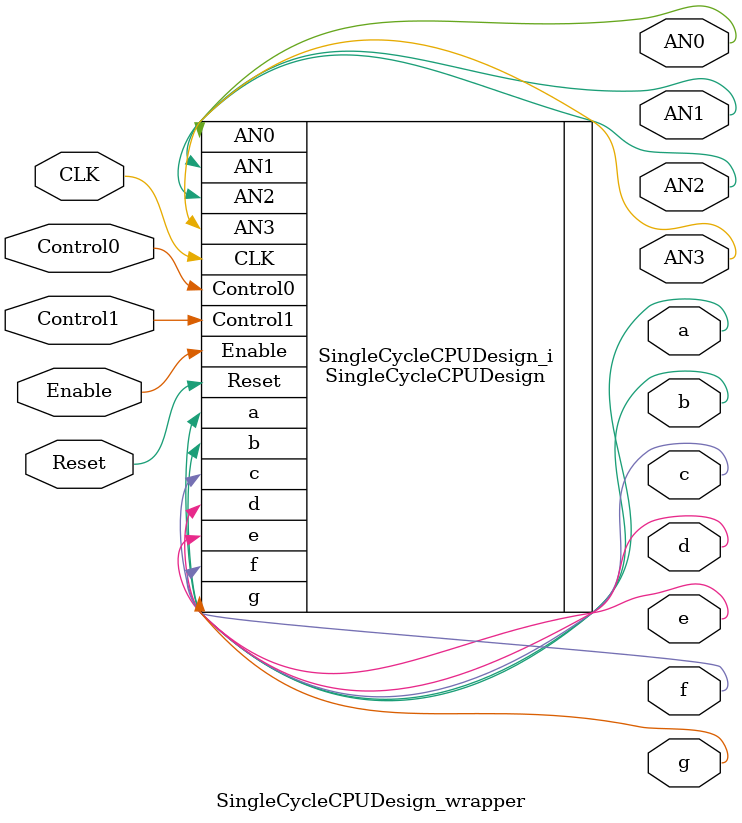
<source format=v>
`timescale 1 ps / 1 ps

module SingleCycleCPUDesign_wrapper
   (AN0,
    AN1,
    AN2,
    AN3,
    CLK,
    Control0,
    Control1,
    Enable,
    Reset,
    a,
    b,
    c,
    d,
    e,
    f,
    g);
  output AN0;
  output AN1;
  output AN2;
  output AN3;
  input CLK;
  input Control0;
  input Control1;
  input Enable;
  input Reset;
  output a;
  output b;
  output c;
  output d;
  output e;
  output f;
  output g;

  wire AN0;
  wire AN1;
  wire AN2;
  wire AN3;
  wire CLK;
  wire Control0;
  wire Control1;
  wire Enable;
  wire Reset;
  wire a;
  wire b;
  wire c;
  wire d;
  wire e;
  wire f;
  wire g;

  SingleCycleCPUDesign SingleCycleCPUDesign_i
       (.AN0(AN0),
        .AN1(AN1),
        .AN2(AN2),
        .AN3(AN3),
        .CLK(CLK),
        .Control0(Control0),
        .Control1(Control1),
        .Enable(Enable),
        .Reset(Reset),
        .a(a),
        .b(b),
        .c(c),
        .d(d),
        .e(e),
        .f(f),
        .g(g));
endmodule

</source>
